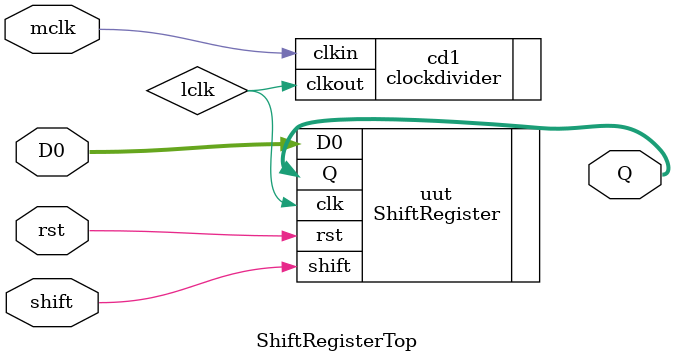
<source format=v>
`timescale 1ns / 1ps
module ShiftRegisterTop(
    input [7:0] D0,
    input rst,
    input mclk,
    input shift,
    output [7:0] Q
    );

	wire lclk;
	
	ShiftRegister uut (
		.D0(D0), 
		.rst(rst), 
		.clk(lclk), 
		.shift(shift), 
		.Q(Q)
	);
	
	clockdivider cd1(
		.clkin(mclk),
		.clkout(lclk)
    );
endmodule

</source>
